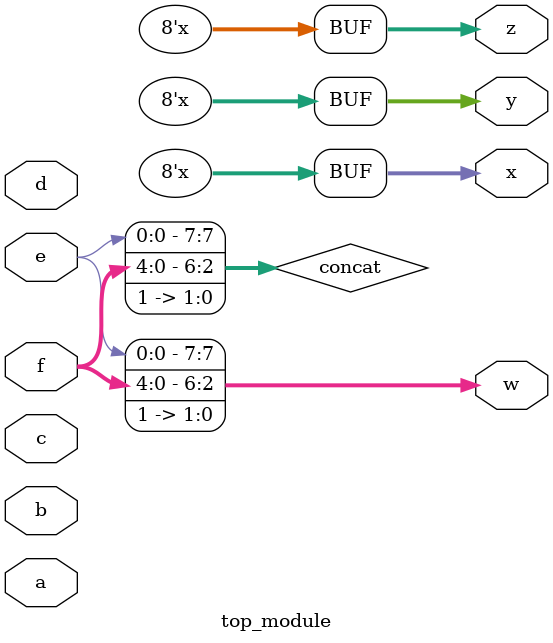
<source format=sv>
module top_module (
    input [4:0] a,
    input [4:0] b,
    input [4:0] c,
    input [4:0] d,
    input [4:0] e,
    input [4:0] f,
    output [7:0] w,
    output [7:0] x,
    output [7:0] y,
    output [7:0] z
);
    
    // Declare an internal wire for concatenation
    wire [7:0] concat;

    // Assign inputs a-f to the concatenation wire
    assign concat = {a, b, c, d, e, f, 2'b11};

    // Split the concatenation into outputs w-z
    assign w = concat[7:0];
    assign x = concat[15:8];
    assign y = concat[23:16];
    assign z = concat[31:24];

endmodule

</source>
